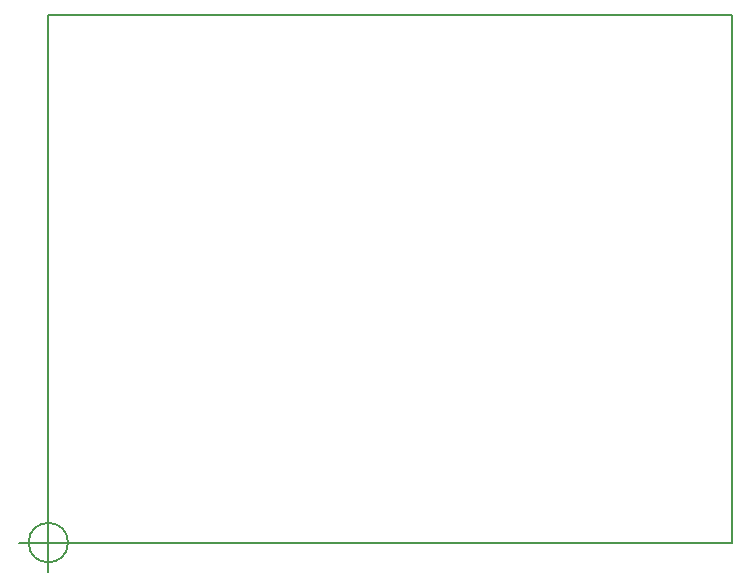
<source format=gm1>
G04 #@! TF.GenerationSoftware,KiCad,Pcbnew,(5.1.6-0-10_14)*
G04 #@! TF.CreationDate,2021-08-09T12:52:48+02:00*
G04 #@! TF.ProjectId,dogs102,646f6773-3130-4322-9e6b-696361645f70,rev?*
G04 #@! TF.SameCoordinates,Original*
G04 #@! TF.FileFunction,Profile,NP*
%FSLAX46Y46*%
G04 Gerber Fmt 4.6, Leading zero omitted, Abs format (unit mm)*
G04 Created by KiCad (PCBNEW (5.1.6-0-10_14)) date 2021-08-09 12:52:48*
%MOMM*%
%LPD*%
G01*
G04 APERTURE LIST*
G04 #@! TA.AperFunction,Profile*
%ADD10C,0.150000*%
G04 #@! TD*
G04 APERTURE END LIST*
D10*
X118110000Y-82296000D02*
X176022000Y-82296000D01*
X176022000Y-127000000D02*
X176022000Y-82296000D01*
X118110000Y-127000000D02*
X176022000Y-127000000D01*
X118110000Y-127000000D02*
X118110000Y-82296000D01*
X119776666Y-127000000D02*
G75*
G03*
X119776666Y-127000000I-1666666J0D01*
G01*
X115610000Y-127000000D02*
X120610000Y-127000000D01*
X118110000Y-124500000D02*
X118110000Y-129500000D01*
X119776666Y-127000000D02*
G75*
G03*
X119776666Y-127000000I-1666666J0D01*
G01*
X115610000Y-127000000D02*
X120610000Y-127000000D01*
X118110000Y-124500000D02*
X118110000Y-129500000D01*
M02*

</source>
